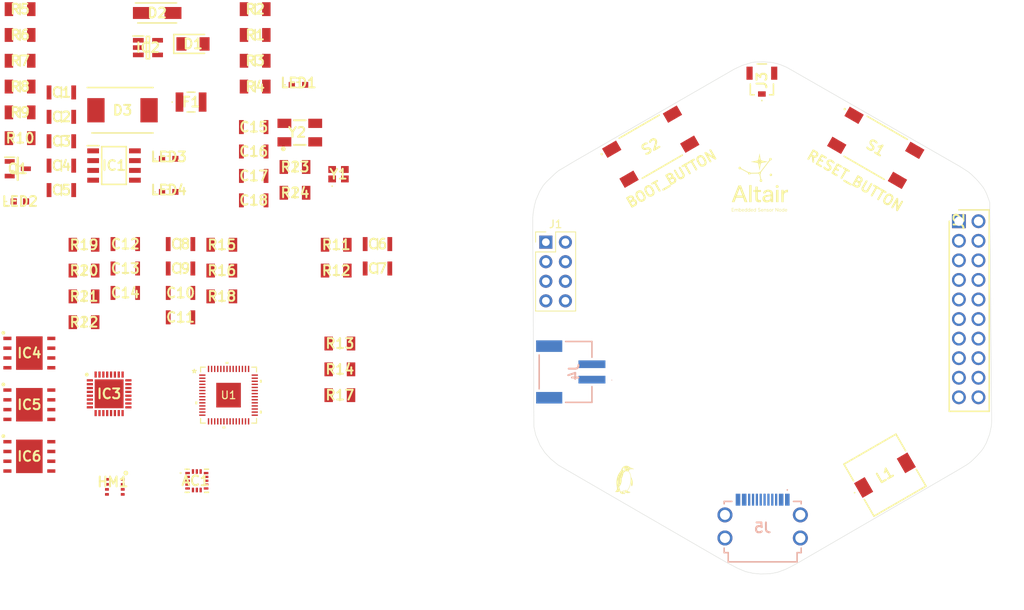
<source format=kicad_pcb>
(kicad_pcb (version 20241229) (generator "pcbnew") (generator_version "9.0")
  (layers (0 "F.Cu" signal) (4 "In1.Cu" signal) (6 "In2.Cu" signal) (2 "B.Cu" signal) (13 "F.Paste" user) (15 "B.Paste" user) (5 "F.SilkS" user "F.Silkscreen") (7 "B.SilkS" user "B.Silkscreen") (1 "F.Mask" user) (3 "B.Mask" user) (25 "Edge.Cuts" user))
  (net 0 "")
  (net 2 "GND")
  (net 3 "+3.3V")
  (net 5 "/INT2")
  (net 9 "/INT1")
  (net 10 "/SCK_BME")
  (net 11 "/SDO_BME")
  (net 12 "/CSB")
  (net 13 "/SDI_BME")
  (net 14 "Net-(D3-K)")
  (net 15 "/URX")
  (net 16 "/EN_WF")
  (net 17 "/Antena")
  (net 18 "/UTX")
  (net 19 "/GPIO_8")
  (net 20 "/GPIO_12")
  (net 21 "/ADC_2")
  (net 22 "/GPIO_6")
  (net 23 "/GPIO_3")
  (net 24 "/GPIO_4")
  (net 25 "/GPIO_5")
  (net 26 "/GPIO_7")
  (net 27 "/GPIO_2")
  (net 28 "/ADC_3")
  (net 29 "/GPIO_11")
  (net 30 "/SS_N")
  (net 31 "/DN")
  (net 32 "/DP")
  (net 33 "/GPIO_10")
  (net 34 "/ADC_1")
  (net 35 "/GPIO_9")
  (net 40 "Net-(LED2-A)")
  (net 41 "/RUN")
  (net 42 "Net-(U1-USB_DP)")
  (net 43 "Net-(U1-USB_DM)")
  (net 44 "/Supply/VBAT")
  (net 45 "/GPIO_0")
  (net 46 "/Supply/VIN")
  (net 47 "Net-(Y1-GND_1)")
  (net 48 "Net-(Y1-GND_2)")
  (net 49 "Net-(Y2-GND_1)")
  (net 50 "Net-(Y2-GND_2)")
  (net 51 "/Supply/VBUS")
  (net 52 "/Supply/STAT_USB_CHARGE")
  (net 53 "Net-(LED4-K)")
  (net 54 "Net-(IC1-CB)")
  (net 57 "Net-(IC2-PROG)")
  (net 59 "Net-(IC3-RES12K)")
  (net 71 "Net-(IC4-~{HOLD_OR_}{slash}RESET_(IO3))")
  (net 72 "Net-(IC4-~{WP_(IO2)})")
  (net 73 "Net-(IC5-~{WP_(IO2)})")
  (net 74 "Net-(IC5-~{HOLD_OR_}{slash}RESET_(IO3))")
  (net 79 "Net-(J5-CC2)")
  (net 80 "Net-(J5-CC1)")
  (net 82 "Net-(LED1-K)")
  (net 83 "Net-(LED3-A)")
  (net 84 "Net-(Y1-CRYSTAL_2)")
  (net 85 "Net-(Y2-XTAL_2)")
  (net 86 "/VBUCK")
  (net 87 "/MCU/SDI_WF")
  (net 88 "/MCU/CS_WF")
  (net 89 "/MCU/SCK_WF")
  (net 90 "/MCU/SDO_WF")
  (net 91 "/MCU/SDI_FL")
  (net 92 "/MCU/SCK_FL")
  (net 93 "/MCU/CS_FL")
  (net 94 "/MCU/SDO_FL")
  (net 95 "/MCU/SD1")
  (net 96 "/MCU/SD3")
  (net 97 "/MCU/SD2")
  (net 98 "/MCU/SD0")
  (net 99 "/MCU/_SCLK")
  (net 100 "/MCU/EXT")
  (net 101 "Net-(U1-GPIO16)")
  (net 102 "/MCU/XOUT_1")
  (net 103 "/MCU/XIN_1")
  (net 104 "/ADC_0")
  (net 105 "/MCU/XOUT")
  (net 106 "Net-(S2-COM_1)")
  (net 109 "/MCU/VREG_OUT")
  (net 110 "/MCU/XIN")
  (net 111 "Net-(U1-GPIO17)")
  (footprint "CRCW120625R5FKEAHP:RESC3116X65N" (layer "F.Cu") (at 68.6619 86.8452)
    (property "Reference" "R22" (at 0 0 0) (layer "F.SilkS") (effects (font (size 1.27 1.27) (thickness 0.254))))
    (property "Value" "10k" (hide yes))
    (pad "1" smd rect (at -1.45 0) (size 1.1 1.8) (layers "F.Cu" "F.Mask" "F.Paste") (net 74 "Net-(IC5-~{HOLD_OR_}{slash}RESET_(IO3))"))
    (pad "2" smd rect (at 1.45 0) (size 1.1 1.8) (layers "F.Cu" "F.Mask" "F.Paste") (net 3 "+3.3V"))
  )
  (footprint "CRCW120625R5FKEAHP:RESC3116X65N" (layer "F.Cu") (at 101.8772 92.9668)
    (property "Reference" "R14" (at 0 0 0) (layer "F.SilkS") (effects (font (size 1.27 1.27) (thickness 0.254))))
    (property "Value" "470" (hide yes))
    (pad "1" smd rect (at -1.45 0) (size 1.1 1.8) (layers "F.Cu" "F.Mask" "F.Paste") (net 111 "Net-(U1-GPIO17)"))
    (pad "2" smd rect (at 1.45 0) (size 1.1 1.8) (layers "F.Cu" "F.Mask" "F.Paste") (net 18 "/UTX"))
  )
  (footprint "C3216C0G2J102G085AA:CAPC3216X180N" (layer "F.Cu") (at 81.1919 79.8752)
    (property "Reference" "C9" (at 0 0 0) (layer "F.SilkS") (effects (font (size 1.27 1.27) (thickness 0.254))))
    (property "Value" "100nF" (hide yes))
    (pad "1" smd rect (at -1.6 0) (size 0.62 1.82) (layers "F.Cu" "F.Mask" "F.Paste") (net 3 "+3.3V"))
    (pad "2" smd rect (at 1.6 0) (size 0.62 1.82) (layers "F.Cu" "F.Mask" "F.Paste") (net 2 "GND"))
  )
  (footprint "M20-7831042:RHDR20W70P254_2X10_2580X504X865P" (layer "F.Cu") (at 182.2462 73.739 -90)
    (property "Reference" "J2" (at 0 0 90) (layer "F.SilkS") (effects (font (size 1.27 1.27) (thickness 0.254))))
    (property "Value" "I/O_CONNECTOR" (hide yes))
    (pad "1" thru_hole rect (at 0 0 270) (size 1.8 1.8) (drill 1.2) (layers "*.Cu" "*.Mask") (net 3 "+3.3V"))
    (pad "2" thru_hole circle (at 0 -2.54 270) (size 1.8 1.8) (drill 1.2) (layers "*.Cu" "*.Mask") (net 45 "/GPIO_0"))
    (pad "3" thru_hole circle (at 2.54 0 270) (size 1.8 1.8) (drill 1.2) (layers "*.Cu" "*.Mask") (net 45 "/GPIO_0"))
    (pad "4" thru_hole circle (at 2.54 -2.54 270) (size 1.8 1.8) (drill 1.2) (layers "*.Cu" "*.Mask") (net 27 "/GPIO_2"))
    (pad "5" thru_hole circle (at 5.08 0 270) (size 1.8 1.8) (drill 1.2) (layers "*.Cu" "*.Mask") (net 23 "/GPIO_3"))
    (pad "6" thru_hole circle (at 5.08 -2.54 270) (size 1.8 1.8) (drill 1.2) (layers "*.Cu" "*.Mask") (net 24 "/GPIO_4"))
    (pad "7" thru_hole circle (at 7.62 0 270) (size 1.8 1.8) (drill 1.2) (layers "*.Cu" "*.Mask") (net 25 "/GPIO_5"))
    (pad "8" thru_hole circle (at 7.62 -2.54 270) (size 1.8 1.8) (drill 1.2) (layers "*.Cu" "*.Mask") (net 22 "/GPIO_6"))
    (pad "9" thru_hole circle (at 10.16 0 270) (size 1.8 1.8) (drill 1.2) (layers "*.Cu" "*.Mask") (net 26 "/GPIO_7"))
    (pad "10" thru_hole circle (at 10.16 -2.54 270) (size 1.8 1.8) (drill 1.2) (layers "*.Cu" "*.Mask") (net 19 "/GPIO_8"))
    (pad "11" thru_hole circle (at 12.7 0 270) (size 1.8 1.8) (drill 1.2) (layers "*.Cu" "*.Mask") (net 86 "/VBUCK"))
    (pad "12" thru_hole circle (at 12.7 -2.54 270) (size 1.8 1.8) (drill 1.2) (layers "*.Cu" "*.Mask") (net 104 "/ADC_0"))
    (pad "13" thru_hole circle (at 15.24 0 270) (size 1.8 1.8) (drill 1.2) (layers "*.Cu" "*.Mask") (net 34 "/ADC_1"))
    (pad "14" thru_hole circle (at 15.24 -2.54 270) (size 1.8 1.8) (drill 1.2) (layers "*.Cu" "*.Mask") (net 21 "/ADC_2"))
    (pad "15" thru_hole circle (at 17.78 0 270) (size 1.8 1.8) (drill 1.2) (layers "*.Cu" "*.Mask") (net 28 "/ADC_3"))
    (pad "16" thru_hole circle (at 17.78 -2.54 270) (size 1.8 1.8) (drill 1.2) (layers "*.Cu" "*.Mask") (net 35 "/GPIO_9"))
    (pad "17" thru_hole circle (at 20.32 0 270) (size 1.8 1.8) (drill 1.2) (layers "*.Cu" "*.Mask") (net 33 "/GPIO_10"))
    (pad "18" thru_hole circle (at 20.32 -2.54 270) (size 1.8 1.8) (drill 1.2) (layers "*.Cu" "*.Mask") (net 29 "/GPIO_11"))
    (pad "19" thru_hole circle (at 22.86 0 270) (size 1.8 1.8) (drill 1.2) (layers "*.Cu" "*.Mask") (net 20 "/GPIO_12"))
    (pad "20" thru_hole circle (at 22.86 -2.54 270) (size 1.8 1.8) (drill 1.2) (layers "*.Cu" "*.Mask") (net 2 "GND"))
  )
  (footprint "CRCW120625R5FKEAHP:RESC3116X65N" (layer "F.Cu") (at 60.3619 49.5552)
    (property "Reference" "R6" (at 0 0 0) (layer "F.SilkS") (effects (font (size 1.27 1.27) (thickness 0.254))))
    (property "Value" "2k2" (hide yes))
    (pad "1" smd rect (at -1.45 0) (size 1.1 1.8) (layers "F.Cu" "F.Mask" "F.Paste") (net 40 "Net-(LED2-A)"))
    (pad "2" smd rect (at 1.45 0) (size 1.1 1.8) (layers "F.Cu" "F.Mask" "F.Paste") (net 51 "/Supply/VBUS"))
  )
  (footprint "CRCW120625R5FKEAHP:RESC3116X65N" (layer "F.Cu") (at 68.6619 83.4952)
    (property "Reference" "R21" (at 0 0 0) (layer "F.SilkS") (effects (font (size 1.27 1.27) (thickness 0.254))))
    (property "Value" "10k" (hide yes))
    (pad "1" smd rect (at -1.45 0) (size 1.1 1.8) (layers "F.Cu" "F.Mask" "F.Paste") (net 71 "Net-(IC4-~{HOLD_OR_}{slash}RESET_(IO3))"))
    (pad "2" smd rect (at 1.45 0) (size 1.1 1.8) (layers "F.Cu" "F.Mask" "F.Paste") (net 3 "+3.3V"))
  )
  (footprint "Header_2x4:PinHeader_2x04_P2.54mm_Vertical" (layer "F.Cu") (at 128.6206 76.454)
    (property "Reference" "J1" (at 1.27 -2.33 0) (layer "F.SilkS"))
    (property "Value" "ESP_PROG")
    (pad "1" thru_hole rect (at 0 0) (size 1.7 1.7) (drill 1) (layers "*.Cu" "*.Mask") (net 3 "+3.3V"))
    (pad "2" thru_hole oval (at 2.54 0) (size 1.7 1.7) (drill 1) (layers "*.Cu" "*.Mask") (net 18 "/UTX"))
    (pad "3" thru_hole oval (at 0 2.54) (size 1.7 1.7) (drill 1) (layers "*.Cu" "*.Mask") (net 15 "/URX"))
    (pad "4" thru_hole oval (at 2.54 2.54) (size 1.7 1.7) (drill 1) (layers "*.Cu" "*.Mask") (net 2 "GND"))
    (pad "5" thru_hole oval (at 0 5.08) (size 1.7 1.7) (drill 1) (layers "*.Cu" "*.Mask") (net 16 "/EN_WF"))
    (pad "6" thru_hole oval (at 2.54 5.08) (size 1.7 1.7) (drill 1) (layers "*.Cu" "*.Mask"))
    (pad "7" thru_hole oval (at 0 7.62) (size 1.7 1.7) (drill 1) (layers "*.Cu" "*.Mask"))
    (pad "8" thru_hole oval (at 2.54 7.62) (size 1.7 1.7) (drill 1) (layers "*.Cu" "*.Mask"))
  )
  (footprint "LM2671M-3.3_NOPB:SOIC127P600X17" (layer "F.Cu") (at 72.5569 66.5052)
    (property "Reference" "IC1" (at 0 0 0) (layer "F.SilkS") (effects (font (size 1.27 1.27) (thickness 0.254))))
    (property "Value" "LM2671M-3.3_NOPB" (hide yes))
    (pad "1" smd rect (at -2.711 -1.905 90) (size 0.65 1.528) (layers "F.Cu" "F.Mask" "F.Paste") (net 54 "Net-(IC1-CB)"))
    (pad "2" smd rect (at -2.711 -0.635 90) (size 0.65 1.528) (layers "F.Cu" "F.Mask" "F.Paste"))
    (pad "3" smd rect (at -2.711 0.635 90) (size 0.65 1.528) (layers "F.Cu" "F.Mask" "F.Paste"))
    (pad "4" smd rect (at -2.711 1.905 90) (size 0.65 1.528) (layers "F.Cu" "F.Mask" "F.Paste") (net 3 "+3.3V"))
    (pad "5" smd rect (at 2.711 1.905 90) (size 0.65 1.528) (layers "F.Cu" "F.Mask" "F.Paste") (net 86 "/VBUCK"))
    (pad "6" smd rect (at 2.711 0.635 90) (size 0.65 1.528) (layers "F.Cu" "F.Mask" "F.Paste") (net 2 "GND"))
    (pad "7" smd rect (at 2.711 -0.635 90) (size 0.65 1.528) (layers "F.Cu" "F.Mask" "F.Paste") (net 86 "/VBUCK"))
    (pad "8" smd rect (at 2.711 -1.905 90) (size 0.65 1.528) (layers "F.Cu" "F.Mask" "F.Paste") (net 14 "Net-(D3-K)"))
  )
  (footprint "150060WS75000:150060WS75000" (layer "F.Cu") (at 60.3369 71.1702)
    (property "Reference" "LED2" (at 0 0 0) (layer "F.SilkS") (effects (font (size 1.27 1.27) (thickness 0.254))))
    (property "Value" "VBUS_ON" (hide yes))
    (pad "1" smd rect (at -0.8 0 90) (size 0.8 0.8) (layers "F.Cu" "F.Mask" "F.Paste") (net 40 "Net-(LED2-A)"))
    (pad "2" smd rect (at 0.8 0 90) (size 0.8 0.8) (layers "F.Cu" "F.Mask" "F.Paste") (net 2 "GND"))
  )
  (footprint "CRCW120625R5FKEAHP:RESC3116X65N" (layer "F.Cu") (at 86.5519 80.1452)
    (property "Reference" "R16" (at 0 0 0) (layer "F.SilkS") (effects (font (size 1.27 1.27) (thickness 0.254))))
    (property "Value" "27" (hide yes))
    (pad "1" smd rect (at -1.45 0) (size 1.1 1.8) (layers "F.Cu" "F.Mask" "F.Paste") (net 43 "Net-(U1-USB_DM)"))
    (pad "2" smd rect (at 1.45 0) (size 1.1 1.8) (layers "F.Cu" "F.Mask" "F.Paste") (net 31 "/DN"))
  )
  (footprint "U.FL-PR-SMT2.5-1_10_:UFLPRSMT25110" (layer "F.Cu") (at 156.6672 55.3212 -90)
    (property "Reference" "J3" (at 0.125 0 90) (layer "F.SilkS") (effects (font (size 1.27 1.27) (thickness 0.254))))
    (property "Value" "WIFI_CONNECTOR" (hide yes))
    (pad "1" smd rect (at 1.9 0 270) (size 0.7 1) (layers "F.Cu" "F.Mask" "F.Paste") (net 17 "/Antena"))
    (pad "G1" smd rect (at -0.8 -1.6) (size 0.8 1.7) (layers "F.Cu" "F.Mask" "F.Paste") (net 2 "GND"))
    (pad "G2" smd rect (at -0.8 1.6) (size 0.8 1.7) (layers "F.Cu" "F.Mask" "F.Paste") (net 2 "GND"))
  )
  (footprint "IFDC3030EZER101M:IFDC3030EZER101M" (layer "F.Cu") (at 172.646481 106.7056 30)
    (property "Reference" "L1" (at 0 0 30) (layer "F.SilkS") (effects (font (size 1.27 1.27) (thickness 0.254))))
    (property "Value" "100uH" (hide yes))
    (pad "1" smd rect (at -3.2 0 30) (size 1.6 2.2) (layers "F.Cu" "F.Mask" "F.Paste") (net 14 "Net-(D3-K)"))
    (pad "2" smd rect (at 3.2 0 30) (size 1.6 2.2) (layers "F.Cu" "F.Mask" "F.Paste") (net 3 "+3.3V"))
  )
  (footprint "C3216C0G2J102G085AA:CAPC3216X180N" (layer "F.Cu") (at 106.7619 79.8752)
    (property "Reference" "C7" (at 0 0 0) (layer "F.SilkS") (effects (font (size 1.27 1.27) (thickness 0.254))))
    (property "Value" "100nF" (hide yes))
    (pad "1" smd rect (at -1.6 0) (size 0.62 1.82) (layers "F.Cu" "F.Mask" "F.Paste") (net 3 "+3.3V"))
    (pad "2" smd rect (at 1.6 0) (size 0.62 1.82) (layers "F.Cu" "F.Mask" "F.Paste") (net 2 "GND"))
  )
  (footprint "C3216C0G2J102G085AA:CAPC3216X180N" (layer "F.Cu") (at 81.1919 86.2152)
    (property "Reference" "C11" (at 0 0 0) (layer "F.SilkS") (effects (font (size 1.27 1.27) (thickness 0.254))))
    (property "Value" "100nF" (hide yes))
    (pad "1" smd rect (at -1.6 0) (size 0.62 1.82) (layers "F.Cu" "F.Mask" "F.Paste") (net 3 "+3.3V"))
    (pad "2" smd rect (at 1.6 0) (size 0.62 1.82) (layers "F.Cu" "F.Mask" "F.Paste") (net 2 "GND"))
  )
  (footprint "CRCW120625R5FKEAHP:RESC3116X65N" (layer "F.Cu") (at 60.3619 52.9052)
    (property "Reference" "R7" (at 0 0 0) (layer "F.SilkS") (effects (font (size 1.27 1.27) (thickness 0.254))))
    (property "Value" "2k2" (hide yes))
    (pad "1" smd rect (at -1.45 0) (size 1.1 1.8) (layers "F.Cu" "F.Mask" "F.Paste") (net 83 "Net-(LED3-A)"))
    (pad "2" smd rect (at 1.45 0) (size 1.1 1.8) (layers "F.Cu" "F.Mask" "F.Paste") (net 3 "+3.3V"))
  )
  (footprint "MBRS340T3G:DIOM8059X261N" (layer "F.Cu") (at 73.6569 59.3302)
    (property "Reference" "D3" (at 0 0 0) (layer "F.SilkS") (effects (font (size 1.27 1.27) (thickness 0.254))))
    (property "Value" "MBRS340T3G" (hide yes))
    (pad "1" smd rect (at -3.45 0) (size 2.25 3.15) (layers "F.Cu" "F.Mask" "F.Paste") (net 14 "Net-(D3-K)"))
    (pad "2" smd rect (at 3.45 0) (size 2.25 3.15) (layers "F.Cu" "F.Mask" "F.Paste") (net 2 "GND"))
  )
  (footprint "CRCW120625R5FKEAHP:RESC3116X65N" (layer "F.Cu") (at 90.8819 46.2052)
    (property "Reference" "R2" (at 0 0 0) (layer "F.SilkS") (effects (font (size 1.27 1.27) (thickness 0.254))))
    (property "Value" "10k" (hide yes))
    (pad "1" smd rect (at -1.45 0) (size 1.1 1.8) (layers "F.Cu" "F.Mask" "F.Paste") (net 41 "/RUN"))
    (pad "2" smd rect (at 1.45 0) (size 1.1 1.8) (layers "F.Cu" "F.Mask" "F.Paste") (net 3 "+3.3V"))
  )
  (footprint "CRCW120625R5FKEAHP:RESC3116X65N" (layer "F.Cu") (at 101.4019 76.7952)
    (property "Reference" "R11" (at 0 0 0) (layer "F.SilkS") (effects (font (size 1.27 1.27) (thickness 0.254))))
    (property "Value" "10k" (hide yes))
    (pad "1" smd rect (at -1.45 0) (size 1.1 1.8) (layers "F.Cu" "F.Mask" "F.Paste") (net 3 "+3.3V"))
    (pad "2" smd rect (at 1.45 0) (size 1.1 1.8) (layers "F.Cu" "F.Mask" "F.Paste") (net 45 "/GPIO_0"))
  )
  (footprint "C3216C0G2J102G085AA:CAPC3216X180N" (layer "F.Cu") (at 90.6919 71.0252)
    (property "Reference" "C18" (at 0 0 0) (layer "F.SilkS") (effects (font (size 1.27 1.27) (thickness 0.254))))
    (property "Value" "27pF" (hide yes))
    (pad "1" smd rect (at -1.6 0) (size 0.62 1.82) (layers "F.Cu" "F.Mask" "F.Paste") (net 47 "Net-(Y1-GND_1)"))
    (pad "2" smd rect (at 1.6 0) (size 0.62 1.82) (layers "F.Cu" "F.Mask" "F.Paste") (net 2 "GND"))
  )
  (footprint "CRCW120625R5FKEAHP:RESC3116X65N" (layer "F.Cu") (at 60.3619 56.2552)
    (property "Reference" "R8" (at 0 0 0) (layer "F.SilkS") (effects (font (size 1.27 1.27) (thickness 0.254))))
    (property "Value" "5.1K" (hide yes))
    (pad "1" smd rect (at -1.45 0) (size 1.1 1.8) (layers "F.Cu" "F.Mask" "F.Paste") (net 79 "Net-(J5-CC2)"))
    (pad "2" smd rect (at 1.45 0) (size 1.1 1.8) (layers "F.Cu" "F.Mask" "F.Paste") (net 2 "GND"))
  )
  (footprint "C3216C0G2J102G085AA:CAPC3216X180N" (layer "F.Cu") (at 65.7219 57.0152)
    (property "Reference" "C1" (at 0 0 0) (layer "F.SilkS") (effects (font (size 1.27 1.27) (thickness 0.254))))
    (property "Value" "4.7nF" (hide yes))
    (pad "1" smd rect (at -1.6 0) (size 0.62 1.82) (layers "F.Cu" "F.Mask" "F.Paste") (net 44 "/Supply/VBAT"))
    (pad "2" smd rect (at 1.6 0) (size 0.62 1.82) (layers "F.Cu" "F.Mask" "F.Paste") (net 2 "GND"))
  )
  (footprint "LIS3DHTR:LIS3DHTR" (layer "F.Cu") (at 83.30905 107.4328)
    (property "Reference" "AC1" (at -0.181 0 0) (layer "F.SilkS") (effects (font (size 1.27 1.27) (thickness 0.254))))
    (property "Value" "LIS3DHTR" (hide yes))
    (pad "1" smd rect (at -1.2 -1 90) (size 0.3 0.6) (layers "F.Cu" "F.Mask" "F.Paste") (net 3 "+3.3V"))
    (pad "2" smd rect (at -1.2 -0.5 90) (size 0.3 0.6) (layers "F.Cu" "F.Mask" "F.Paste"))
    (pad "3" smd rect (at -1.2 0 90) (size 0.3 0.6) (layers "F.Cu" "F.Mask" "F.Paste"))
    (pad "4" smd rect (at -1.2 0.5 90) (size 0.3 0.6) (layers "F.Cu" "F.Mask" "F.Paste") (net 45 "/GPIO_0"))
    (pad "5" smd rect (at -1.2 1 90) (size 0.3 0.6) (layers "F.Cu" "F.Mask" "F.Paste") (net 2 "GND"))
    (pad "6" smd rect (at -0.5 1.2) (size 0.3 0.6) (layers "F.Cu" "F.Mask" "F.Paste") (net 45 "/GPIO_0"))
    (pad "7" smd rect (at 0 1.2) (size 0.3 0.6) (layers "F.Cu" "F.Mask" "F.Paste") (net 2 "GND"))
    (pad "8" smd rect (at 0.5 1.2) (size 0.3 0.6) (layers "F.Cu" "F.Mask" "F.Paste") (net 3 "+3.3V"))
    (pad "9" smd rect (at 1.2 1 90) (size 0.3 0.6) (layers "F.Cu" "F.Mask" "F.Paste") (net 9 "/INT1"))
    (pad "10" smd rect (at 1.2 0.5 90) (size 0.3 0.6) (layers "F.Cu" "F.Mask" "F.Paste") (net 2 "GND"))
    (pad "11" smd rect (at 1.2 0 90) (size 0.3 0.6) (layers "F.Cu" "F.Mask" "F.Paste") (net 5 "/INT2"))
    (pad "12" smd rect (at 1.2 -0.5 90) (size 0.3 0.6) (layers "F.Cu" "F.Mask" "F.Paste") (net 2 "GND"))
    (pad "13" smd rect (at 1.2 -1 90) (size 0.3 0.6) (layers "F.Cu" "F.Mask" "F.Paste"))
    (pad "14" smd rect (at 0.5 -1.2) (size 0.3 0.6) (layers "F.Cu" "F.Mask" "F.Paste") (net 3 "+3.3V"))
    (pad "15" smd rect (at 0 -1.2) (size 0.3 0.6) (layers "F.Cu" "F.Mask" "F.Paste"))
    (pad "16" smd rect (at -0.5 -1.2) (size 0.3 0.6) (layers "F.Cu" "F.Mask" "F.Paste"))
  )
  (footprint "W25Q16JVZPIQ:SON127P600X500X80-9N-D" (layer "F.Cu") (at 61.5644 104.2658)
    (property "Reference" "IC6" (at 0 0 0) (layer "F.SilkS") (effects (font (size 1.27 1.27) (thickness 0.254))))
    (property "Value" "W25Q16JVZPIQ" (hide yes))
    (pad "1" smd rect (at -2.85 -1.905 90) (size 0.45 1.05) (layers "F.Cu" "F.Mask" "F.Paste") (net 30 "/SS_N"))
    (pad "2" smd rect (at -2.85 -0.635 90) (size 0.45 1.05) (layers "F.Cu" "F.Mask" "F.Paste") (net 95 "/MCU/SD1"))
    (pad "3" smd rect (at -2.85 0.635 90) (size 0.45 1.05) (layers "F.Cu" "F.Mask" "F.Paste") (net 97 "/MCU/SD2"))
    (pad "4" smd rect (at -2.85 1.905 90) (size 0.45 1.05) (layers "F.Cu" "F.Mask" "F.Paste") (net 2 "GND"))
    (pad "5" smd rect (at 2.85 1.905 90) (size 0.45 1.05) (layers "F.Cu" "F.Mask" "F.Paste") (net 98 "/MCU/SD0"))
    (pad "6" smd rect (at 2.85 0.635 90) (size 0.45 1.05) (layers "F.Cu" "F.Mask" "F.Paste") (net 99 "/MCU/_SCLK"))
    (pad "7" smd rect (at 2.85 -0.635 90) (size 0.45 1.05) (layers "F.Cu" "F.Mask" "F.Paste") (net 96 "/MCU/SD3"))
    (pad "8" smd rect (at 2.85 -1.905 90) (size 0.45 1.05) (layers "F.Cu" "F.Mask" "F.Paste") (net 3 "+3.3V"))
    (pad "9" smd rect (at 0 0) (size 3.45 4.35) (layers "F.Cu" "F.Mask" "F.Paste") (net 2 "GND"))
  )
  (footprint "W25Q16JVZPIQ:SON127P600X500X80-9N-D" (layer "F.Cu") (at 61.5644 90.8558)
    (property "Reference" "IC4" (at 0 0 0) (layer "F.SilkS") (effects (font (size 1.27 1.27) (thickness 0.254))))
    (property "Value" "W25Q16JVZPIQ" (hide yes))
    (pad "1" smd rect (at -2.85 -1.905 90) (size 0.45 1.05) (layers "F.Cu" "F.Mask" "F.Paste") (net 88 "/MCU/CS_WF"))
    (pad "2" smd rect (at -2.85 -0.635 90) (size 0.45 1.05) (layers "F.Cu" "F.Mask" "F.Paste") (net 90 "/MCU/SDO_WF"))
    (pad "3" smd rect (at -2.85 0.635 90) (size 0.45 1.05) (layers "F.Cu" "F.Mask" "F.Paste") (net 72 "Net-(IC4-~{WP_(IO2)})"))
    (pad "4" smd rect (at -2.85 1.905 90) (size 0.45 1.05) (layers "F.Cu" "F.Mask" "F.Paste") (net 2 "GND"))
    (pad "5" smd rect (at 2.85 1.905 90) (size 0.45 1.05) (layers "F.Cu" "F.Mask" "F.Paste") (net 87 "/MCU/SDI_WF"))
    (pad "6" smd rect (at 2.85 0.635 90) (size 0.45 1.05) (layers "F.Cu" "F.Mask" "F.Paste") (net 89 "/MCU/SCK_WF"))
    (pad "7" smd rect (at 2.85 -0.635 90) (size 0.45 1.05) (layers "F.Cu" "F.Mask" "F.Paste") (net 71 "Net-(IC4-~{HOLD_OR_}{slash}RESET_(IO3))"))
    (pad "8" smd rect (at 2.85 -1.905 90) (size 0.45 1.05) (layers "F.Cu" "F.Mask" "F.Paste") (net 3 "+3.3V"))
    (pad "9" smd rect (at 0 0) (size 3.45 4.35) (layers "F.Cu" "F.Mask" "F.Paste") (net 2 "GND"))
  )
  (footprint "BME280:BME280" (layer "F.Cu") (at 71.64 107.2504)
    (property "Reference" "HM1" (at 0.764 0.338 0) (layer "F.SilkS") (effects (font (size 1.27 1.27) (thickness 0.254))))
    (property "Value" "BME280" (hide yes))
    (pad "1" smd rect (at 2.05 0 90) (size 0.35 0.5) (layers "F.Cu" "F.Mask" "F.Paste") (net 2 "GND"))
    (pad "2" smd rect (at 2.05 0.65 90) (size 0.35 0.5) (layers "F.Cu" "F.Mask" "F.Paste") (net 12 "/CSB"))
    (pad "3" smd rect (at 2.05 1.3 90) (size 0.35 0.5) (layers "F.Cu" "F.Mask" "F.Paste") (net 13 "/SDI_BME"))
    (pad "4" smd rect (at 2.05 1.95 90) (size 0.35 0.5) (layers "F.Cu" "F.Mask" "F.Paste") (net 10 "/SCK_BME"))
    (pad "5" smd rect (at 0 1.95 90) (size 0.35 0.5) (layers "F.Cu" "F.Mask" "F.Paste") (net 11 "/SDO_BME"))
    (pad "6" smd rect (at 0 1.3 90) (size 0.35 0.5) (layers "F.Cu" "F.Mask" "F.Paste") (net 3 "+3.3V"))
    (pad "7" smd rect (at 0 0.65 90) (size 0.35 0.5) (layers "F.Cu" "F.Mask" "F.Paste") (net 2 "GND"))
    (pad "8" smd rect (at 0 0 90) (size 0.35 0.5) (layers "F.Cu" "F.Mask" "F.Paste") (net 3 "+3.3V"))
  )
  (footprint "598-8D81-127F:5988D81127F" (layer "F.Cu") (at 79.6569 69.9302)
    (property "Reference" "LED4" (at 0 -0.25 0) (layer "F.SilkS") (effects (font (size 1.27 1.27) (thickness 0.254))))
    (property "Value" "BATTERY_CHG" (hide yes))
    (pad "1" smd rect (at -0.865 0 90) (size 0.76 0.81) (layers "F.Cu" "F.Mask" "F.Paste") (net 53 "Net-(LED4-K)"))
    (pad "2" smd rect (at 0.865 0 90) (size 0.76 0.81) (layers "F.Cu" "F.Mask" "F.Paste") (net 51 "/Supply/VBUS"))
  )
  (footprint "TS04-66-70-BK-260-SMT:TS046670BK260SMT" (layer "F.Cu") (at 171.45 64.2112 -30)
    (property "Reference" "S1" (at 0 0 150) (layer "F.SilkS") (effects (font (size 1.27 1.27) (thickness 0.254))))
    (property "Value" "RESET_BUTTON" (at -0.198087 5.041704 150) (layer "F.SilkS") (effects (font (size 1.27 1.27) (thickness 0.254))))
    (pad "1" smd rect (at -4.549999 -2.25 60) (size 1.4 2.1) (layers "F.Cu" "F.Mask" "F.Paste"))
    (pad "2" smd rect (at -4.549999 2.25 60) (size 1.4 2.1) (layers "F.Cu" "F.Mask" "F.Paste") (net 41 "/RUN"))
    (pad "3" smd rect (at 4.549999 -2.25 60) (size 1.4 2.1) (layers "F.Cu" "F.Mask" "F.Paste"))
    (pad "4" smd rect (at 4.549999 2.25 60) (size 1.4 2.1) (layers "F.Cu" "F.Mask" "F.Paste") (net 2 "GND"))
  )
  (footprint "CRCW120625R5FKEAHP:RESC3116X65N" (layer "F.Cu") (at 86.5519 76.7952)
    (property "Reference" "R15" (at 0 0 0) (layer "F.SilkS") (effects (font (size 1.27 1.27) (thickness 0.254))))
    (property "Value" "27" (hide yes))
    (pad "1" smd rect (at -1.45 0) (size 1.1 1.8) (layers "F.Cu" "F.Mask" "F.Paste") (net 42 "Net-(U1-USB_DP)"))
    (pad "2" smd rect (at 1.45 0) (size 1.1 1.8) (layers "F.Cu" "F.Mask" "F.Paste") (net 32 "/DP"))
  )
  (footprint "CRCW120625R5FKEAHP:RESC3116X65N" (layer "F.Cu") (at 96.0519 70.0452)
    (property "Reference" "R24" (at 0 0 0) (layer "F.SilkS") (effects (font (size 1.27 1.27) (thickness 0.254))))
    (property "Value" "1K" (hide yes))
    (pad "1" smd rect (at -1.45 0) (size 1.1 1.8) (layers "F.Cu" "F.Mask" "F.Paste") (net 105 "/MCU/XOUT"))
    (pad "2" smd rect (at 1.45 0) (size 1.1 1.8) (layers "F.Cu" "F.Mask" "F.Paste") (net 85 "Net-(Y2-XTAL_2)"))
  )
  (footprint "C3216C0G2J102G085AA:CAPC3216X180N" (layer "F.Cu") (at 65.7219 60.1852)
    (property "Reference" "C2" (at 0 0 0) (layer "F.SilkS") (effects (font (size 1.27 1.27) (thickness 0.254))))
    (property "Value" "10nF" (hide yes))
    (pad "1" smd rect (at -1.6 0) (size 0.62 1.82) (layers "F.Cu" "F.Mask" "F.Paste") (net 54 "Net-(IC1-CB)"))
    (pad "2" smd rect (at 1.6 0) (size 0.62 1.82) (layers "F.Cu" "F.Mask" "F.Paste") (net 14 "Net-(D3-K)"))
  )
  (footprint "C3216C0G2J102G085AA:CAPC3216X180N" (layer "F.Cu") (at 74.0219 76.7052)
    (property "Reference" "C12" (at 0 0 0) (layer "F.SilkS") (effects (font (size 1.27 1.27) (thickness 0.254))))
    (property "Value" "100nF" (hide yes))
    (pad "1" smd rect (at -1.6 0) (size 0.62 1.82) (layers "F.Cu" "F.Mask" "F.Paste") (net 3 "+3.3V"))
    (pad "2" smd rect (at 1.6 0) (size 0.62 1.82) (layers "F.Cu" "F.Mask" "F.Paste") (net 2 "GND"))
  )
  (footprint "TS04-66-70-BK-260-SMT:TS046670BK260SMT" (layer "F.Cu") (at 142.24 64.0588 30)
    (property "Reference" "S2" (at 0 0 30) (layer "F.SilkS") (effects (font (size 1.27 1.27) (thickness 0.254))))
    (property "Value" "BOOT_BUTTON" (at 0.248887 4.953715 30) (layer "F.SilkS") (effects (font (size 1.27 1.27) (thickness 0.254))))
    (pad "1" smd rect (at -4.55 -2.25 120) (size 1.4 2.1) (layers "F.Cu" "F.Mask" "F.Paste"))
    (pad "2" smd rect (at -4.55 2.25 120) (size 1.4 2.1) (layers "F.Cu" "F.Mask" "F.Paste") (net 106 "Net-(S2-COM_1)"))
    (pad "3" smd rect (at 4.55 -2.25 120) (size 1.4 2.1) (layers "F.Cu" "F.Mask" "F.Paste"))
    (pad "4" smd rect (at 4.55 2.25 120) (size 1.4 2.1) (layers "F.Cu" "F.Mask" "F.Paste") (net 2 "GND"))
  )
  (footprint "LOGO" (layer "F.Cu") (at 156.3624 69.2404)
    (property "Reference" "G***" (hide yes))
    (property "Value" "LOGO" (hide yes))
  )
  (footprint "CRCW120625R5FKEAHP:RESC3116X65N" (layer "F.Cu") (at 101.8772 89.6168)
    (property "Reference" "R13" (at 0 0 0) (layer "F.SilkS") (effects (font (size 1.27 1.27) (thickness 0.254))))
    (property "Value" "470" (hide yes))
    (pad "1" smd rect (at -1.45 0) (size 1.1 1.8) (layers "F.Cu" "F.Mask" "F.Paste") (net 101 "Net-(U1-GPIO16)"))
    (pad "2" smd rect (at 1.45 0) (size 1.1 1.8) (layers "F.Cu" "F.Mask" "F.Paste") (net 15 "/URX"))
  )
  (footprint "MF-USHT075KX_24-2:MFUSHT075KX242" (layer "F.Cu") (at 82.5569 58.2672)
    (property "Reference" "F1" (at 0 0 0) (layer "F.SilkS") (effects (font (size 1.27 1.27) (thickness 0.254))))
    (property "Value" "MF-USHT075KX_24-2" (hide yes))
    (pad "1" smd rect (at -1.5 0) (size 1 2.5) (layers "F.Cu" "F.Mask" "F.Paste") (net 51 "/Supply/VBUS"))
    (pad "2" smd rect (at 1.5 0) (size 1 2.5) (layers "F.Cu" "F.Mask" "F.Paste") (net 46 "/Supply/VIN"))
  )
  (footprint "C3216C0G2J102G085AA:CAPC3216X180N" (layer "F.Cu") (at 74.0219 83.0452)
    (property "Reference" "C14" (at 0 0 0) (layer "F.SilkS") (effects (font (size 1.27 1.27) (thickness 0.254))))
    (property "Value" "100nF" (hide yes))
    (pad "1" smd rect (at -1.6 0) (size 0.62 1.82) (layers "F.Cu" "F.Mask" "F.Paste") (net 3 "+3.3V"))
    (pad "2" smd rect (at 1.6 0) (size 0.62 1.82) (layers "F.Cu" "F.Mask" "F.Paste") (net 2 "GND"))
  )
  (footprint "C3216C0G2J102G085AA:CAPC3216X180N" (layer "F.Cu") (at 81.1919 76.7052)
    (property "Reference" "C8" (at 0 0 0) (layer "F.SilkS") (effects (font (size 1.27 1.27) (thickness 0.254))))
    (property "Value" "100nF" (hide yes))
    (pad "1" smd rect (at -1.6 0) (size 0.62 1.82) (layers "F.Cu" "F.Mask" "F.Paste") (net 3 "+3.3V"))
    (pad "2" smd rect (at 1.6 0) (size 0.62 1.82) (layers "F.Cu" "F.Mask" "F.Paste") (net 2 "GND"))
  )
  (footprint "footprints:IC57_RP2040" (layer "F.Cu") (at 87.4268 96.3168)
    (property "Reference" "U1" (at 0 0 0) (layer "F.SilkS"))
    (property "Value" "RP2040")
    (fp_text user "*" (at -4.445 -2.8 0) (layer "F.SilkS"))
    (fp_text user "*" (at -4.445 -2.8 0) (layer "F.SilkS"))
    (pad "1" smd rect (at -3.4036 -2.6 90) (size 0.1778 0.8128) (layers "F.Cu" "F.Mask" "F.Paste") (net 3 "+3.3V"))
    (pad "2" smd rect (at -3.4036 -2.200001 90) (size 0.1778 0.8128) (layers "F.Cu" "F.Mask" "F.Paste") (net 45 "/GPIO_0"))
    (pad "3" smd rect (at -3.4036 -1.799999 90) (size 0.1778 0.8128) (layers "F.Cu" "F.Mask" "F.Paste") (net 12 "/CSB"))
    (pad "4" smd rect (at -3.4036 -1.4 90) (size 0.1778 0.8128) (layers "F.Cu" "F.Mask" "F.Paste") (net 10 "/SCK_BME"))
    (pad "5" smd rect (at -3.4036 -1.000001 90) (size 0.1778 0.8128) (layers "F.Cu" "F.Mask" "F.Paste") (net 13 "/SDI_BME"))
    (pad "6" smd rect (at -3.4036 -0.599999 90) (size 0.1778 0.8128) (layers "F.Cu" "F.Mask" "F.Paste") (net 11 "/SDO_BME"))
    (pad "7" smd rect (at -3.4036 -0.2 90) (size 0.1778 0.8128) (layers "F.Cu" "F.Mask" "F.Paste") (net 5 "/INT2"))
    (pad "8" smd rect (at -3.4036 0.2 90) (size 0.1778 0.8128) (layers "F.Cu" "F.Mask" "F.Paste") (net 9 "/INT1"))
    (pad "9" smd rect (at -3.4036 0.599999 90) (size 0.1778 0.8128) (layers "F.Cu" "F.Mask" "F.Paste") (net 16 "/EN_WF"))
    (pad "10" smd rect (at -3.4036 1.000001 90) (size 0.1778 0.8128) (layers "F.Cu" "F.Mask" "F.Paste") (net 3 "+3.3V"))
    (pad "11" smd rect (at -3.4036 1.4 90) (size 0.1778 0.8128) (layers "F.Cu" "F.Mask" "F.Paste") (net 45 "/GPIO_0"))
    (pad "12" smd rect (at -3.4036 1.799999 90) (size 0.1778 0.8128) (layers "F.Cu" "F.Mask" "F.Paste") (net 93 "/MCU/CS_FL"))
    (pad "13" smd rect (at -3.4036 2.200001 90) (size 0.1778 0.8128) (layers "F.Cu" "F.Mask" "F.Paste") (net 92 "/MCU/SCK_FL"))
    (pad "14" smd rect (at -3.4036 2.6 90) (size 0.1778 0.8128) (layers "F.Cu" "F.Mask" "F.Paste") (net 91 "/MCU/SDI_FL"))
    (pad "15" smd rect (at -2.6 3.4036) (size 0.1778 0.8128) (layers "F.Cu" "F.Mask" "F.Paste") (net 94 "/MCU/SDO_FL"))
    (pad "16" smd rect (at -2.200001 3.4036) (size 0.1778 0.8128) (layers "F.Cu" "F.Mask" "F.Paste") (net 27 "/GPIO_2"))
    (pad "17" smd rect (at -1.799999 3.4036) (size 0.1778 0.8128) (layers "F.Cu" "F.Mask" "F.Paste") (net 23 "/GPIO_3"))
    (pad "18" smd rect (at -1.4 3.4036) (size 0.1778 0.8128) (layers "F.Cu" "F.Mask" "F.Paste") (net 24 "/GPIO_4"))
    (pad "19" smd rect (at -1.000001 3.4036) (size 0.1778 0.8128) (layers "F.Cu" "F.Mask" "F.Paste") (net 2 "GND"))
    (pad "20" smd rect (at -0.599999 3.4036) (size 0.1778 0.8128) (layers "F.Cu" "F.Mask" "F.Paste") (net 110 "/MCU/XIN"))
    (pad "21" smd rect (at -0.2 3.4036) (size 0.1778 0.8128) (layers "F.Cu" "F.Mask" "F.Paste") (net 105 "/MCU/XOUT"))
    (pad "22" smd rect (at 0.2 3.4036) (size 0.1778 0.8128) (layers "F.Cu" "F.Mask" "F.Paste") (net 3 "+3.3V"))
    (pad "23" smd rect (at 0.599999 3.4036) (size 0.1778 0.8128) (layers "F.Cu" "F.Mask" "F.Paste") (net 109 "/MCU/VREG_OUT"))
    (pad "24" smd rect (at 1.000001 3.4036) (size 0.1778 0.8128) (layers "F.Cu" "F.Mask" "F.Paste"))
    (pad "25" smd rect (at 1.4 3.4036) (size 0.1778 0.8128) (layers "F.Cu" "F.Mask" "F.Paste"))
    (pad "26" smd rect (at 1.799999 3.4036) (size 0.1778 0.8128) (layers "F.Cu" "F.Mask" "F.Paste") (net 41 "/RUN"))
    (pad "27" smd rect (at 2.200001 3.4036) (size 0.1778 0.8128) (layers "F.Cu" "F.Mask" "F.Paste") (net 101 "Net-(U1-GPIO16)"))
    (pad "28" smd rect (at 2.6 3.4036) (size 0.1778 0.8128) (layers "F.Cu" "F.Mask" "F.Paste") (net 111 "Net-(U1-GPIO17)"))
    (pad "29" smd rect (at 3.4036 2.6 90) (size 0.1778 0.8128) (layers "F.Cu" "F.Mask" "F.Paste") (net 20 "/GPIO_12"))
    (pad "30" smd rect (at 3.4036 2.200001 90) (size 0.1778 0.8128) (layers "F.Cu" "F.Mask" "F.Paste") (net 29 "/GPIO_11"))
    (pad "31" smd rect (at 3.4036 1.799999 90) (size 0.1778 0.8128) (layers "F.Cu" "F.Mask" "F.Paste") (net 33 "/GPIO_10"))
    (pad "32" smd rect (at 3.4036 1.4 90) (size 0.1778 0.8128) (layers "F.Cu" "F.Mask" "F.Paste") (net 35 "/GPIO_9"))
    (pad "33" smd rect (at 3.4036 1.000001 90) (size 0.1778 0.8128) (layers "F.Cu" "F.Mask" "F.Paste") (net 3 "+3.3V"))
    (pad "34" smd rect (at 3.4036 0.599999 90) (size 0.1778 0.8128) (layers "F.Cu" "F.Mask" "F.Paste") (net 19 "/GPIO_8"))
    (pad "35" smd rect (at 3.4036 0.2 90) (size 0.1778 0.8128) (layers "F.Cu" "F.Mask" "F.Paste") (net 26 "/GPIO_7"))
    (pad "36" smd rect (at 3.4036 -0.2 90) (size 0.1778 0.8128) (layers "F.Cu" "F.Mask" "F.Paste") (net 22 "/GPIO_6"))
    (pad "37" smd rect (at 3.4036 -0.599999 90) (size 0.1778 0.8128) (layers "F.Cu" "F.Mask" "F.Paste") (net 25 "/GPIO_5"))
    (pad "38" smd rect (at 3.4036 -1.000001 90) (size 0.1778 0.8128) (layers "F.Cu" "F.Mask" "F.Paste") (net 28 "/ADC_3"))
    (pad "39" smd rect (at 3.4036 -1.4 90) (size 0.1778 0.8128) (layers "F.Cu" "F.Mask" "F.Paste") (net 21 "/ADC_2"))
    (pad "40" smd rect (at 3.4036 -1.799999 90) (size 0.1778 0.8128) (layers "F.Cu" "F.Mask" "F.Paste") (net 34 "/ADC_1"))
    (pad "41" smd rect (at 3.4036 -2.200001 90) (size 0.1778 0.8128) (layers "F.Cu" "F.Mask" "F.Paste") (net 104 "/ADC_0"))
    (pad "42" smd rect (at 3.4036 -2.6 90) (size 0.1778 0.8128) (layers "F.Cu" "F.Mask" "F.Paste") (net 3 "+3.3V"))
    (pad "43" smd rect (at 2.6 -3.4036) (size 0.1778 0.8128) (layers "F.Cu" "F.Mask" "F.Paste") (net 3 "+3.3V"))
    (pad "44" smd rect (at 2.200001 -3.4036) (size 0.1778 0.8128) (layers "F.Cu" "F.Mask" "F.Paste") (net 3 "+3.3V"))
    (pad "45" smd rect (at 1.799999 -3.4036) (size 0.1778 0.8128) (layers "F.Cu" "F.Mask" "F.Paste") (net 109 "/MCU/VREG_OUT"))
    (pad "46" smd rect (at 1.4 -3.4036) (size 0.1778 0.8128) (layers "F.Cu" "F.Mask" "F.Paste") (net 43 "Net-(U1-USB_DM)"))
    (pad "47" smd rect (at 1.000001 -3.4036) (size 0.1778 0.8128) (layers "F.Cu" "F.Mask" "F.Paste") (net 42 "Net-(U1-USB_DP)"))
    (pad "48" smd rect (at 0.599999 -3.4036) (size 0.1778 0.8128) (layers "F.Cu" "F.Mask" "F.Paste") (net 3 "+3.3V"))
    (pad "49" smd rect (at 0.2 -3.4036) (size 0.1778 0.8128) (layers "F.Cu" "F.Mask" "F.Paste") (net 3 "+3.3V"))
    (pad "50" smd rect (at -0.2 -3.4036) (size 0.1778 0.8128) (layers "F.Cu" "F.Mask" "F.Paste") (net 109 "/MCU/VREG_OUT"))
    (pad "51" smd rect (at -0.599999 -3.4036) (size 0.1778 0.8128) (layers "F.Cu" "F.Mask" "F.Paste") (net 96 "/MCU/SD3"))
    (pad "52" smd rect (at -1.000001 -3.4036) (size 0.1778 0.8128) (layers "F.Cu" "F.Mask" "F.Paste") (net 99 "/MCU/_SCLK"))
    (pad "53" smd rect (at -1.4 -3.4036) (size 0.1778 0.8128) (layers "F.Cu" "F.Mask" "F.Paste") (net 98 "/MCU/SD0"))
    (pad "54" smd rect (at -1.799999 -3.4036) (size 0.1778 0.8128) (layers "F.Cu" "F.Mask" "F.Paste") (net 97 "/MCU/SD2"))
    (pad "55" smd rect (at -2.200001 -3.4036) (size 0.1778 0.8128) (layers "F.Cu" "F.Mask" "F.Paste") (net 95 "/MCU/SD1"))
    (pad "56" smd rect (at -2.6 -3.4036) (size 0.1778 0.8128) (layers "F.Cu" "F.Mask" "F.Paste") (net 30 "/SS_N"))
    (pad "57" smd rect (at 0 0) (size 3.2004 3.2004) (layers "F.Cu" "F.Mask" "F.Paste") (net 2 "GND"))
  )
  (footprint "598-8D81-127F:5988D81127F" (layer "F.Cu") (at 96.5069 56.0302)
    (property "Reference" "LED1" (at 0 -0.25 0) (layer "F.SilkS") (effects (font (size 1.27 1.27) (thickness 0.254))))
    (property "Value" "DEBUG_LED" (hide yes))
    (pad "1" smd rect (at -0.865 0 90) (size 0.76 0.81) (layers "F.Cu" "F.Mask" "F.Paste") (net 82 "Net-(LED1-K)"))
    (pad "2" smd rect (at 0.865 0 90) (size 0.76 0.81) (layers "F.Cu" "F.Mask" "F.Paste") (net 25 "/GPIO_5"))
  )
  (footprint "598-8D81-127F:5988D81127F" (layer "F.Cu") (at 79.6569 65.6302)
    (property "Reference" "LED3" (at 0 -0.25 0) (layer "F.SilkS") (effects (font (size 1.27 1.27) (thickness 0.254))))
    (property "Value" "3.3V_ON" (hide yes))
    (pad "1" smd rect (at -0.865 0 90) (size 0.76 0.81) (layers "F.Cu" "F.Mask" "F.Paste") (net 2 "GND"))
    (pad "2" smd rect (at 0.865 0 90) (size 0.76 0.81) (layers "F.Cu" "F.Mask" "F.Paste") (net 83 "Net-(LED3-A)"))
  )
  (footprint "SD1206T040S2R0:DIOC3416X116N" (layer "F.Cu") (at 82.8119 50.7202)
    (property "Reference" "D1" (at 0 0 0) (layer "F.SilkS") (effects (font (size 1.27 1.27) (thickness 0.254))))
    (property "Value" "SD1206T040S2R0" (hide yes))
    (pad "1" smd rect (at -1.5 0) (size 1.3 1.75) (layers "F.Cu" "F.Mask" "F.Paste") (net 86 "/VBUCK"))
    (pad "2" smd rect (at 1.5 0) (size 1.3 1.75) (layers "F.Cu" "F.Mask" "F.Paste") (net 44 "/Supply/VBAT"))
  )
  (footprint "CRCW120625R5FKEAHP:RESC3116X65N" (layer "F.Cu") (at 96.0519 66.6952)
    (property "Reference" "R23" (at 0 0 0) (layer "F.SilkS") (effects (font (size 1.27 1.27) (thickness 0.254))))
    (property "Value" "1K" (hide yes))
    (pad "1" smd rect (at -1.45 0) (size 1.1 1.8) (layers "F.Cu" "F.Mask" "F.Paste") (net 102 "/MCU/XOUT_1"))
    (pad "2" smd rect (at 1.45 0) (size 1.1 1.8) (layers "F.Cu" "F.Mask" "F.Paste") (net 84 "Net-(Y1-CRYSTAL_2)"))
  )
  (footprint "830108208209:830108208209" (layer "F.Cu") (at 101.7019 67.6332)
    (property "Reference" "Y1" (at 0 0 0) (layer "F.SilkS") (effects (font (size 1.27 1.27) (thickness 0.254))))
    (property "Value" "830108208209" (hide yes))
    (pad "1" smd rect (at -0.825 0.613 90) (size 0.9 1) (layers "F.Cu" "F.Mask" "F.Paste") (net 103 "/MCU/XIN_1"))
    (pad "2" smd rect (at 0.825 0.613 90) (size 0.9 1) (layers "F.Cu" "F.Mask" "F.Paste") (net 47 "Net-(Y1-GND_1)"))
    (pad "3" smd rect (at 0.825 -0.613 90) (size 0.9 1) (layers "F.Cu" "F.Mask" "F.Paste") (net 84 "Net-(Y1-CRYSTAL_2)"))
    (pad "4" smd rect (at -0.825 -0.613 90) (size 0.9 1) (layers "F.Cu" "F.Mask" "F.Paste") (net 48 "Net-(Y1-GND_2)"))
  )
  (footprint "IRLML6402TRPBF:SOT95P237X112-3N" (layer "F.Cu") (at 60.0619 66.9252)
    (property "Reference" "Q1" (at 0 0 0) (layer "F.SilkS") (effects (font (size 1.27 1.27) (thickness 0.254))))
    (property "Value" "IRLML6402TRPBF" (hide yes))
    (pad "1" smd rect (at -1.05 -0.95 90) (size 0.6 1.3) (layers "F.Cu" "F.Mask" "F.Paste") (net 2 "GND"))
    (pad "2" smd rect (at -1.05 0.95 90) (size 0.6 1.3) (layers "F.Cu" "F.Mask" "F.Paste") (net 86 "/VBUCK"))
    (pad "3" smd rect (at 1.05 0 90) (size 0.6 1.3) (layers "F.Cu" "F.Mask" "F.Paste") (net 46 "/Supply/VIN"))
  )
  (footprint "CRCW120625R5FKEAHP:RESC3116X65N" (layer "F.Cu") (at 90.8819 52.9052)
    (property "Reference" "R3" (at 0 0 0) (layer "F.SilkS") (effects (font (size 1.27 1.27) (thickness 0.254))))
    (property "Value" "10k" (hide yes))
    (pad "1" smd rect (at -1.45 0) (size 1.1 1.8) (layers "F.Cu" "F.Mask" "F.Paste") (net 30 "/SS_N"))
    (pad "2" smd rect (at 1.45 0) (size 1.1 1.8) (layers "F.Cu" "F.Mask" "F.Paste") (net 3 "+3.3V"))
  )
  (footprint "P4SMA6.8A:DIOM5026X229N" (layer "F.Cu") (at 78.1619 46.7002)
    (property "Reference" "D2" (at 0 0 0) (layer "F.SilkS") (effects (font (size 1.27 1.27) (thickness 0.254))))
    (property "Value" "P4SMA6.8A" (hide yes))
    (pad "1" smd rect (at -2.05 0 90) (size 1.55 2.2) (layers "F.Cu" "F.Mask" "F.Paste") (net 46 "/Supply/VIN"))
    (pad "2" smd rect (at 2.05 0 90) (size 1.55 2.2) (layers "F.Cu" "F.Mask" "F.Paste") (net 51 "/Supply/VBUS"))
  )
  (footprint "CRCW120625R5FKEAHP:RESC3116X65N" (layer "F.Cu") (at 101.4019 80.1452)
    (property "Reference" "R12" (at 0 0 0) (layer "F.SilkS") (effects (font (size 1.27 1.27) (thickness 0.254))))
    (property "Value" "10k" (hide yes))
    (pad "1" smd rect (at -1.45 0) (size 1.1 1.8) (layers "F.Cu" "F.Mask" "F.Paste") (net 45 "/GPIO_0"))
    (pad "2" smd rect (at 1.45 0) (size 1.1 1.8) (layers "F.Cu" "F.Mask" "F.Paste") (net 3 "+3.3V"))
  )
  (footprint "LOGO" (layer "F.Cu") (at 138.8872 107.3404)
    (property "Reference" "G***" (hide yes))
    (property "Value" "LOGO" (hide yes))
  )
  (footprint "CRCW120625R5FKEAHP:RESC3116X65N" (layer "F.Cu") (at 86.5519 83.4952)
    (property "Reference" "R18" (at 0 0 0) (layer "F.SilkS") (effects (font (size 1.27 1.27) (thickness 0.254))))
    (property "Value" "10k" (hide yes))
    (pad "1" smd rect (at -1.45 0) (size 1.1 1.8) (layers "F.Cu" "F.Mask" "F.Paste") (net 59 "Net-(IC3-RES12K)"))
    (pad "2" smd rect (at 1.45 0) (size 1.1 1.8) (layers "F.Cu" "F.Mask" "F.Paste") (net 2 "GND"))
  )
  (footprint "CRCW120625R5FKEAHP:RESC3116X65N" (layer "F.Cu") (at 101.8772 96.3168)
    (property "Reference" "R17" (at 0 0 0) (layer "F.SilkS") (effects (font (size 1.27 1.27) (thickness 0.254))))
    (property "Value" "10k" (hide yes))
    (pad "1" smd rect (at -1.45 0) (size 1.1 1.8) (layers "F.Cu" "F.Mask" "F.Paste") (net 16 "/EN_WF"))
    (pad "2" smd rect (at 1.45 0) (size 1.1 1.8) (layers "F.Cu" "F.Mask" "F.Paste") (net 3 "+3.3V"))
  )
  (footprint "CRCW120625R5FKEAHP:RESC3116X65N" (layer "F.Cu") (at 60.3619 62.9552)
    (property "Reference" "R10" (at 0 0 0) (layer "F.SilkS") (effects (font (size 1.27 1.27) (thickness 0.254))))
    (property "Value" "2k" (hide yes))
    (pad "1" smd rect (at -1.45 0) (size 1.1 1.8) (layers "F.Cu" "F.Mask" "F.Paste") (net 57 "Net-(IC2-PROG)"))
    (pad "2" smd rect (at 1.45 0) (size 1.1 1.8) (layers "F.Cu" "F.Mask" "F.Paste") (net 2 "GND"))
  )
  (footprint "C3216C0G2J102G085AA:CAPC3216X180N" (layer "F.Cu") (at 90.6919 61.5152)
    (property "Reference" "C15" (at 0 0 0) (layer "F.SilkS") (effects (font (size 1.27 1.27) (thickness 0.254))))
    (property "Value" "27pF" (hide yes))
    (pad "1" smd rect (at -1.6 0) (size 0.62 1.82) (layers "F.Cu" "F.Mask" "F.Paste") (net 48 "Net-(Y1-GND_2)"))
    (pad "2" smd rect (at 1.6 0) (size 0.62 1.82) (layers "F.Cu" "F.Mask" "F.Paste") (net 2 "GND"))
  )
  (footprint "C3216C0G2J102G085AA:CAPC3216X180N" (layer "F.Cu") (at 106.7619 76.7052)
    (property "Reference" "C6" (at 0 0 0) (layer "F.SilkS") (effects (font (size 1.27 1.27) (thickness 0.254))))
    (property "Value" "100nF" (hide yes))
    (pad "1" smd rect (at -1.6 0) (size 0.62 1.82) (layers "F.Cu" "F.Mask" "F.Paste") (net 3 "+3.3V"))
    (pad "2" smd rect (at 1.6 0) (size 0.62 1.82) (layers "F.Cu" "F.Mask" "F.Paste") (net 2 "GND"))
  )
  (footprint "CRCW120625R5FKEAHP:RESC3116X65N" (layer "F.Cu") (at 60.3619 59.6052)
    (property "Reference" "R9" (at 0 0 0) (layer "F.SilkS") (effects (font (size 1.27 1.27) (thickness 0.254))))
    (property "Value" "470" (hide yes))
    (pad "1" smd rect (at -1.45 0) (size 1.1 1.8) (layers "F.Cu" "F.Mask" "F.Paste") (net 52 "/Supply/STAT_USB_CHARGE"))
    (pad "2" smd rect (at 1.45 0) (size 1.1 1.8) (layers "F.Cu" "F.Mask" "F.Paste") (net 53 "Net-(LED4-K)"))
  )
  (footprint "C3216C0G2J102G085AA:CAPC3216X180N" (layer "F.Cu") (at 74.0219 79.8752)
    (property "Reference" "C13" (at 0 0 0) (layer "F.SilkS") (effects (font (size 1.27 1.27) (thickness 0.254))))
    (property "Value" "100nF" (hide yes))
    (pad "1" smd rect (at -1.6 0) (size 0.62 1.82) (layers "F.Cu" "F.Mask" "F.Paste") (net 3 "+3.3V"))
    (pad "2" smd rect (at 1.6 0) (size 0.62 1.82) (layers "F.Cu" "F.Mask" "F.Paste") (net 2 "GND"))
  )
  (footprint "ABM3B-12.000MHZ-B-T:ABM3B" (layer "F.Cu") (at 96.6769 62.2302)
    (property "Reference" "Y2" (at -0.347 -0.03 0) (layer "F.SilkS") (effects (font (size 1.27 1.27) (thickness 0.254))))
    (property "Value" "ABM3B-12.000MHZ-B-T" (hide yes))
    (pad "1" smd rect (at -2 1.2 90) (size 1.2 1.8) (layers "F.Cu" "F.Mask" "F.Paste") (net 110 "/MCU/XIN"))
    (pad "2" smd rect (at 2 1.2 90) (size 1.2 1.8) (layers "F.Cu" "F.Mask" "F.Paste") (net 49 "Net-(Y2-GND_1)"))
    (pad "3" smd rect (at 2 -1.2 90) (size 1.2 1.8) (layers "F.Cu" "F.Mask" "F.Paste") (net 85 "Net-(Y2-XTAL_2)"))
    (pad "4" smd rect (at -2 -1.2 90) (size 1.2 1.8) (layers "F.Cu" "F.Mask" "F.Paste") (net 50 "Net-(Y2-GND_2)"))
  )
  (footprint "C3216C0G2J102G085AA:CAPC3216X180N" (layer "F.Cu") (at 90.6919 64.6852)
    (property "Reference" "C16" (at 0 0 0) (layer "F.SilkS") (effects (font (size 1.27 1.27) (thickness 0.254))))
    (property "Value" "27pF" (hide yes))
    (pad "1" smd rect (at -1.6 0) (size 0.62 1.82) (layers "F.Cu" "F.Mask" "F.Paste") (net 50 "Net-(Y2-GND_2)"))
    (pad "2" smd rect (at 1.6 0) (size 0.62 1.82) (layers "F.Cu" "F.Mask" "F.Paste") (net 2 "GND"))
  )
  (footprint "MCP73831T-2ACI_OT:SOT95P270X145-5N" (layer "F.Cu") (at 76.9619 51.1952)
    (property "Reference" "IC2" (at 0 0 0) (layer "F.SilkS") (effects (font (size 1.27 1.27) (thickness 0.254))))
    (property "Value" "MCP73831T-2ACI_OT" (hide yes))
    (pad "1" smd rect (at -1.25 -0.95 90) (size 0.6 1.4) (layers "F.Cu" "F.Mask" "F.Paste") (net 52 "/Supply/STAT_USB_CHARGE"))
    (pad "2" smd rect (at -1.25 0 90) (size 0.6 1.4) (layers "F.Cu" "F.Mask" "F.Paste") (net 2 "GND"))
    (pad "3" smd rect (at -1.25 0.95 90) (size 0.6 1.4) (layers "F.Cu" "F.Mask" "F.Paste") (net 44 "/Supply/VBAT"))
    (pad "4" smd rect (at 1.25 0.95 90) (size 0.6 1.4) (layers "F.Cu" "F.Mask" "F.Paste") (net 46 "/Supply/VIN"))
    (pad "5" smd rect (at 1.25 -0.95 90) (size 0.6 1.4) (layers "F.Cu" "F.Mask" "F.Paste") (net 57 "Net-(IC2-PROG)"))
  )
  (footprint "C3216C0G2J102G085AA:CAPC3216X180N" (layer "F.Cu") (at 65.7219 63.3552)
    (property "Reference" "C3" (at 0 0 0) (layer "F.SilkS") (effects (font (size 1.27 1.27) (thickness 0.254))))
    (property "Value" "100uF" (hide yes))
    (pad "1" smd rect (at -1.6 0) (size 0.62 1.82) (layers "F.Cu" "F.Mask" "F.Paste") (net 86 "/VBUCK"))
    (pad "2" smd rect (at 1.6 0) (size 0.62 1.82) (layers "F.Cu" "F.Mask" "F.Paste") (net 2 "GND"))
  )
  (footprint "ESP8266:QFN50P500X500X90-33N-D" (layer "F.Cu") (at 71.922 96.1444)
    (property "Reference" "IC3" (at 0 0 0) (layer "F.SilkS") (effects (font (size 1.27 1.27) (thickness 0.254))))
    (property "Value" "ESP8266EX" (hide yes))
    (pad "1" smd rect (at -2.5 -1.75 90) (size 0.3 0.8) (layers "F.Cu" "F.Mask" "F.Paste") (net 3 "+3.3V"))
    (pad "2" smd rect (at -2.5 -1.25 90) (size 0.3 0.8) (layers "F.Cu" "F.Mask" "F.Paste") (net 17 "/Antena"))
    (pad "3" smd rect (at -2.5 -0.75 90) (size 0.3 0.8) (layers "F.Cu" "F.Mask" "F.Paste") (net 3 "+3.3V"))
    (pad "4" smd rect (at -2.5 -0.25 90) (size 0.3 0.8) (layers "F.Cu" "F.Mask" "F.Paste") (net 3 "+3.3V"))
    (pad "5" smd rect (at -2.5 0.25 90) (size 0.3 0.8) (layers "F.Cu" "F.Mask" "F.Paste"))
    (pad "6" smd rect (at -2.5 0.75 90) (size 0.3 0.8) (layers "F.Cu" "F.Mask" "F.Paste"))
    (pad "7" smd rect (at -2.5 1.25 90) (size 0.3 0.8) (layers "F.Cu" "F.Mask" "F.Paste") (net 16 "/EN_WF"))
    (pad "8" smd rect (at -2.5 1.75 90) (size 0.3 0.8) (layers "F.Cu" "F.Mask" "F.Paste") (net 100 "/MCU/EXT"))
    (pad "9" smd rect (at -1.75 2.5) (size 0.3 0.8) (layers "F.Cu" "F.Mask" "F.Paste") (net 89 "/MCU/SCK_WF"))
    (pad "10" smd rect (at -1.25 2.5) (size 0.3 0.8) (layers "F.Cu" "F.Mask" "F.Paste") (net 90 "/MCU/SDO_WF"))
    (pad "11" smd rect (at -0.75 2.5) (size 0.3 0.8) (layers "F.Cu" "F.Mask" "F.Paste") (net 3 "+3.3V"))
    (pad "12" smd rect (at -0.25 2.5) (size 0.3 0.8) (layers "F.Cu" "F.Mask" "F.Paste") (net 87 "/MCU/SDI_WF"))
    (pad "13" smd rect (at 0.25 2.5) (size 0.3 0.8) (layers "F.Cu" "F.Mask" "F.Paste") (net 88 "/MCU/CS_WF"))
    (pad "14" smd rect (at 0.75 2.5) (size 0.3 0.8) (layers "F.Cu" "F.Mask" "F.Paste"))
    (pad "15" smd rect (at 1.25 2.5) (size 0.3 0.8) (layers "F.Cu" "F.Mask" "F.Paste"))
    (pad "16" smd rect (at 1.75 2.5) (size 0.3 0.8) (layers "F.Cu" "F.Mask" "F.Paste"))
    (pad "17" smd rect (at 2.5 1.75 90) (size 0.3 0.8) (layers "F.Cu" "F.Mask" "F.Paste") (net 3 "+3.3V"))
    (pad "18" smd rect (at 2.5 1.25 90) (size 0.3 0.8) (layers "F.Cu" "F.Mask" "F.Paste"))
    (pad "19" smd rect (at 2.5 0.75 90) (size 0.3 0.8) (layers "F.Cu" "F.Mask" "F.Paste"))
    (pad "20" smd rect (at 2.5 0.25 90) (size 0.3 0.8) (layers "F.Cu" "F.Mask" "F.Paste"))
    (pad "21" smd rect (at 2.5 -0.25 90) (size 0.3 0.8) (layers "F.Cu" "F.Mask" "F.Paste"))
    (pad "22" smd rect (at 2.5 -0.75 90) (size 0.3 0.8) (layers "F.Cu" "F.Mask" "F.Paste"))
    (pad "23" smd rect (at 2.5 -1.25 90) (size 0.3 0.8) (layers "F.Cu" "F.Mask" "F.Paste"))
    (pad "24" smd rect (at 2.5 -1.75 90) (size 0.3 0.8) (layers "F.Cu" "F.Mask" "F.Paste"))
    (pad "25" smd rect (at 1.75 -2.5) (size 0.3 0.8) (layers "F.Cu" "F.Mask" "F.Paste") (net 15 "/URX"))
    (pad "26" smd rect (at 1.25 -2.5) (size 0.3 0.8) (layers "F.Cu" "F.Mask" "F.Paste") (net 18 "/UTX"))
    (pad "27" smd rect (at 0.75 -2.5) (size 0.3 0.8) (layers "F.Cu" "F.Mask" "F.Paste") (net 102 "/MCU/XOUT_1"))
    (pad "28" smd rect (at 0.25 -2.5) (size 0.3 0.8) (layers "F.Cu" "F.Mask" "F.Paste") (net 103 "/MCU/XIN_1"))
    (pad "29" smd rect (at -0.25 -2.5) (size 0.3 0.8) (layers "F.Cu" "F.Mask" "F.Paste") (net 3 "+3.3V"))
    (pad "30" smd rect (at -0.75 -2.5) (size 0.3 0.8) (layers "F.Cu" "F.Mask" "F.Paste") (net 3 "+3.3V"))
    (pad "31" smd rect (at -1.25 -2.5) (size 0.3 0.8) (layers "F.Cu" "F.Mask" "F.Paste") (net 59 "Net-(IC3-RES12K)"))
    (pad "32" smd rect (at -1.75 -2.5) (size 0.3 0.8) (layers "F.Cu" "F.Mask" "F.Paste") (net 100 "/MCU/EXT"))
    (pad "33" smd rect (at 0 0) (size 3.75 3.75) (layers "F.Cu" "F.Mask" "F.Paste") (net 2 "GND"))
  )
  (footprint "CRCW120625R5FKEAHP:RESC3116X65N" (layer "F.Cu") (at 68.6619 76.7952)
    (property "Reference" "R19" (at 0 0 0) (layer "F.SilkS") (effects (font (size 1.27 1.27) (thickness 0.254))))
    (property "Value" "10k" (hide yes))
    (pad "1" smd rect (at -1.45 0) (size 1.1 1.8) (layers "F.Cu" "F.Mask" "F.Paste") (net 3 "+3.3V"))
    (pad "2" smd rect (at 1.45 0) (size 1.1 1.8) (layers "F.Cu" "F.Mask" "F.Paste") (net 72 "Net-(IC4-~{WP_(IO2)})"))
  )
  (footprint "CRCW120625R5FKEAHP:RESC3116X65N" (layer "F.Cu") (at 90.8819 49.5552)
    (property "Reference" "R1" (at 0 0 0) (layer "F.SilkS") (effects (font (size 1.27 1.27) (thickness 0.254))))
    (property "Value" "470" (hide yes))
    (pad "1" smd rect (at -1.45 0) (size 1.1 1.8) (layers "F.Cu" "F.Mask" "F.Paste") (net 2 "GND"))
    (pad "2" smd rect (at 1.45 0) (size 1.1 1.8) (layers "F.Cu" "F.Mask" "F.Paste") (net 82 "Net-(LED1-K)"))
  )
  (footprint "CRCW120625R5FKEAHP:RESC3116X65N" (layer "F.Cu") (at 68.6619 80.1452)
    (property "Reference" "R20" (at 0 0 0) (layer "F.SilkS") (effects (font (size 1.27 1.27) (thickness 0.254))))
    (property "Value" "10k" (hide yes))
    (pad "1" smd rect (at -1.45 0) (size 1.1 1.8) (layers "F.Cu" "F.Mask" "F.Paste") (net 3 "+3.3V"))
    (pad "2" smd rect (at 1.45 0) (size 1.1 1.8) (layers "F.Cu" "F.Mask" "F.Paste") (net 73 "Net-(IC5-~{WP_(IO2)})"))
  )
  (footprint "C3216C0G2J102G085AA:CAPC3216X180N" (layer "F.Cu") (at 65.7219 66.5252)
    (property "Reference" "C4" (at 0 0 0) (layer "F.SilkS") (effects (font (size 1.27 1.27) (thickness 0.254))))
    (property "Value" "4.7nF" (hide yes))
    (pad "1" smd rect (at -1.6 0) (size 0.62 1.82) (layers "F.Cu" "F.Mask" "F.Paste") (net 46 "/Supply/VIN"))
    (pad "2" smd rect (at 1.6 0) (size 0.62 1.82) (layers "F.Cu" "F.Mask" "F.Paste") (net 2 "GND"))
  )
  (footprint "C3216C0G2J102G085AA:CAPC3216X180N" (layer "F.Cu") (at 90.6919 67.8552)
    (property "Reference" "C17" (at 0 0 0) (layer "F.SilkS") (effects (font (size 1.27 1.27) (thickness 0.254))))
    (property "Value" "27pF" (hide yes))
    (pad "1" smd rect (at -1.6 0) (size 0.62 1.82) (layers "F.Cu" "F.Mask" "F.Paste") (net 49 "Net-(Y2-GND_1)"))
    (pad "2" smd rect (at 1.6 0) (size 0.62 1.82) (layers "F.Cu" "F.Mask" "F.Paste") (net 2 "GND"))
  )
  (footprint "CRCW120625R5FKEAHP:RESC3116X65N" (layer "F.Cu") (at 60.3619 46.2052)
    (property "Reference" "R5" (at 0 0 0) (layer "F.SilkS") (effects (font (size 1.27 1.27) (thickness 0.254))))
    (property "Value" "5.1K" (hide yes))
    (pad "1" smd rect (at -1.45 0) (size 1.1 1.8) (layers "F.Cu" "F.Mask" "F.Paste") (net 80 "Net-(J5-CC1)"))
    (pad "2" smd rect (at 1.45 0) (size 1.1 1.8) (layers "F.Cu" "F.Mask" "F.Paste") (net 2 "GND"))
  )
  (footprint "C3216C0G2J102G085AA:CAPC3216X180N" (layer "F.Cu") (at 65.7219 69.6952)
    (property "Reference" "C5" (at 0 0 0) (layer "F.SilkS") (effects (font (size 1.27 1.27) (thickness 0.254))))
    (property "Value" "100uF" (hide yes))
    (pad "1" smd rect (at -1.6 0) (size 0.62 1.82) (layers "F.Cu" "F.Mask" "F.Paste") (net 3 "+3.3V"))
    (pad "2" smd rect (at 1.6 0) (size 0.62 1.82) (layers "F.Cu" "F.Mask" "F.Paste") (net 2 "GND"))
  )
  (footprint "C3216C0G2J102G085AA:CAPC3216X180N" (layer "F.Cu") (at 81.1919 83.0452)
    (property "Reference" "C10" (at 0 0 0) (layer "F.SilkS") (effects (font (size 1.27 1.27) (thickness 0.254))))
    (property "Value" "100nF" (hide yes))
    (pad "1" smd rect (at -1.6 0) (size 0.62 1.82) (layers "F.Cu" "F.Mask" "F.Paste") (net 3 "+3.3V"))
    (pad "2" smd rect (at 1.6 0) (size 0.62 1.82) (layers "F.Cu" "F.Mask" "F.Paste") (net 2 "GND"))
  )
  (footprint "CRCW120625R5FKEAHP:RESC3116X65N" (layer "F.Cu") (at 90.8819 56.2552)
    (property "Reference" "R4" (at 0 0 0) (layer "F.SilkS") (effects (font (size 1.27 1.27) (thickness 0.254))))
    (property "Value" "1k" (hide yes))
    (pad "1" smd rect (at -1.45 0) (size 1.1 1.8) (layers "F.Cu" "F.Mask" "F.Paste") (net 106 "Net-(S2-COM_1)"))
    (pad "2" smd rect (at 1.45 0) (size 1.1 1.8) (layers "F.Cu" "F.Mask" "F.Paste") (net 30 "/SS_N"))
  )
  (footprint "W25Q16JVZPIQ:SON127P600X500X80-9N-D" (layer "F.Cu") (at 61.5644 97.5608)
    (property "Reference" "IC5" (at 0 0 0) (layer "F.SilkS") (effects (font (size 1.27 1.27) (thickness 0.254))))
    (property "Value" "W25Q16JVZPIQ" (hide yes))
    (pad "1" smd rect (at -2.85 -1.905 90) (size 0.45 1.05) (layers "F.Cu" "F.Mask" "F.Paste") (net 93 "/MCU/CS_FL"))
    (pad "2" smd rect (at -2.85 -0.635 90) (size 0.45 1.05) (layers "F.Cu" "F.Mask" "F.Paste") (net 94 "/MCU/SDO_FL"))
    (pad "3" smd rect (at -2.85 0.635 90) (size 0.45 1.05) (layers "F.Cu" "F.Mask" "F.Paste") (net 73 "Net-(IC5-~{WP_(IO2)})"))
    (pad "4" smd rect (at -2.85 1.905 90) (size 0.45 1.05) (layers "F.Cu" "F.Mask" "F.Paste") (net 2 "GND"))
    (pad "5" smd rect (at 2.85 1.905 90) (size 0.45 1.05) (layers "F.Cu" "F.Mask" "F.Paste") (net 91 "/MCU/SDI_FL"))
    (pad "6" smd rect (at 2.85 0.635 90) (size 0.45 1.05) (layers "F.Cu" "F.Mask" "F.Paste") (net 92 "/MCU/SCK_FL"))
    (pad "7" smd rect (at 2.85 -0.635 90) (size 0.45 1.05) (layers "F.Cu" "F.Mask" "F.Paste") (net 74 "Net-(IC5-~{HOLD_OR_}{slash}RESET_(IO3))"))
    (pad "8" smd rect (at 2.85 -1.905 90) (size 0.45 1.05) (layers "F.Cu" "F.Mask" "F.Paste") (net 3 "+3.3V"))
    (pad "9" smd rect (at 0 0) (size 3.45 4.35) (layers "F.Cu" "F.Mask" "F.Paste") (net 2 "GND"))
  )
  (footprint "1769:1769" (layer "B.Cu") (at 134.6042 93.3036 90)
    (property "Reference" "J4" (at 0 -2.321 90) (layer "B.SilkS") (effects (font (size 1.27 1.27) (thickness 0.254)) (justify mirror)))
    (property "Value" "1769" (hide yes))
    (pad "1" smd rect (at -1 0 90) (size 1 3.5) (layers "B.Cu" "B.Mask" "B.Paste") (net 44 "/Supply/VBAT"))
    (pad "2" smd rect (at 1 0 90) (size 1 3.5) (layers "B.Cu" "B.Mask" "B.Paste") (net 2 "GND"))
    (pad "3" smd rect (at -3.35 -5.55 90) (size 1.5 3.4) (layers "B.Cu" "B.Mask" "B.Paste") (net 2 "GND"))
    (pad "4" smd rect (at 3.35 -5.55 90) (size 1.5 3.4) (layers "B.Cu" "B.Mask" "B.Paste") (net 2 "GND"))
  )
  (footprint "USB4730-GF-A-KIT:USB4730GFAKIT" (layer "B.Cu") (at 156.7688 113.926 180)
    (property "Reference" "J5" (at 0 0.388 0) (layer "B.SilkS") (effects (font (size 1.27 1.27) (thickness 0.254)) (justify mirror)))
    (property "Value" "USB4730-GF-A-KIT" (hide yes))
    (pad "" np_thru_hole circle (at -3.25 1.963 180) (size 1.02 1.02) (drill 1.02) (layers "*.Cu" "*.Mask"))
    (pad "" np_thru_hole circle (at 3.25 1.963 180) (size 1.02 1.02) (drill 1.02) (layers "*.Cu" "*.Mask"))
    (pad "A1" smd rect (at -3.2 4.037 180) (size 0.6 1.55) (layers "B.Cu" "B.Mask" "B.Paste") (net 2 "GND"))
    (pad "A4" smd rect (at -2.4 4.037 180) (size 0.6 1.55) (layers "B.Cu" "B.Mask" "B.Paste") (net 51 "/Supply/VBUS"))
    (pad "A5" smd rect (at -1.25 4.037 180) (size 0.3 1.55) (layers "B.Cu" "B.Mask" "B.Paste") (net 80 "Net-(J5-CC1)"))
    (pad "A6" smd rect (at -0.25 4.037 180) (size 0.3 1.55) (layers "B.Cu" "B.Mask" "B.Paste") (net 31 "/DN"))
    (pad "A7" smd rect (at 0.25 4.037 180) (size 0.3 1.55) (layers "B.Cu" "B.Mask" "B.Paste") (net 32 "/DP"))
    (pad "A8" smd rect (at 1.25 4.037 180) (size 0.3 1.55) (layers "B.Cu" "B.Mask" "B.Paste"))
    (pad "A9" smd rect (at 2.4 4.037 180) (size 0.6 1.55) (layers "B.Cu" "B.Mask" "B.Paste") (net 51 "/Supply/VBUS"))
    (pad "A12" smd rect (at 3.2 4.037 180) (size 0.6 1.55) (layers "B.Cu" "B.Mask" "B.Paste") (net 2 "GND"))
    (pad "B5" smd rect (at 1.75 4.037 180) (size 0.3 1.55) (layers "B.Cu" "B.Mask" "B.Paste") (net 79 "Net-(J5-CC2)"))
    (pad "B6" smd rect (at 0.75 4.037 180) (size 0.3 1.55) (layers "B.Cu" "B.Mask" "B.Paste") (net 31 "/DN"))
    (pad "B7" smd rect (at -0.75 4.037 180) (size 0.3 1.55) (layers "B.Cu" "B.Mask" "B.Paste") (net 32 "/DP"))
    (pad "B8" smd rect (at -1.75 4.037 180) (size 0.3 1.55) (layers "B.Cu" "B.Mask" "B.Paste"))
    (pad "MH1" thru_hole circle (at -4.895 2.063 180) (size 1.95 1.95) (drill 1.3) (layers "*.Cu" "*.Mask") (net 2 "GND"))
    (pad "MH2" thru_hole circle (at -4.895 -0.937 180) (size 1.95 1.95) (drill 1.3) (layers "*.Cu" "*.Mask") (net 2 "GND"))
    (pad "MH3" thru_hole circle (at 4.895 -0.937 180) (size 1.95 1.95) (drill 1.3) (layers "*.Cu" "*.Mask") (net 2 "GND"))
    (pad "MH4" thru_hole circle (at 4.895 2.063 180) (size 1.95 1.95) (drill 1.3) (layers "*.Cu" "*.Mask") (net 2 "GND"))
  )
  (gr_poly (pts (xy 159.908798 53.762196) (xy 182.308864 66.589326) (xy 183.470686 67.327875) (xy 183.870359 67.657029) (xy 184.528705 68.309485) (xy 184.962837 68.800437) (xy 185.341524 69.266221) (xy 185.521461 69.5489) (xy 185.680275 69.851609) (xy 185.831508 70.163387) (xy 186.110734 70.886738) (xy 186.2492 71.3116) (xy 186.4892 98.5216) (xy 186.4892 98.5116) (xy 186.49465 99.813231) (xy 186.461183 100.329344) (xy 186.240213 101.370157) (xy 185.810686 102.507875) (xy 185.450686 103.167875) (xy 185.162048 103.560182) (xy 184.599601 104.196306) (xy 183.860686 104.917875) (xy 183.330686 105.317875) (xy 182.000686 106.117875) (xy 161.071435 118.251355) (xy 159.770686 118.917875) (xy 158.724483 119.310669) (xy 157.700686 119.507875) (xy 156.481648 119.538427) (xy 155.520686 119.447875) (xy 154.544056 119.227633) (xy 153.472268 118.77228) (xy 152.180686 118.087875) (xy 150.840686 117.327875) (xy 148.330686 115.877875) (xy 130.230686 105.397875) (xy 129.260686 104.607875) (xy 128.503066 103.800087) (xy 127.870686 102.837875) (xy 127.300253 101.484191) (xy 127.075866 100.455632) (xy 126.91417 73.519438) (xy 126.963368 72.72356) (xy 127.140686 71.717875) (xy 127.320686 71.017875) (xy 127.807953 69.881984) (xy 128.278194 69.102934) (xy 128.680686 68.637875) (xy 129.851802 67.522763) (xy 130.286043 67.156905) (xy 130.965294 66.769282) (xy 132.180686 66.037875) (xy 153.070686 53.997875) (xy 154.099981 53.515563) (xy 155.300686 53.147875) (xy 155.709159 53.068544) (xy 156.976298 53.045498) (xy 157.773708 53.106969) (xy 158.126764 53.160213) (xy 158.475992 53.234545) (xy 158.821958 53.330247) (xy 159.16162 53.446097)) (stroke (width 0.05)) (fill no) (layer "Edge.Cuts"))
)
</source>
